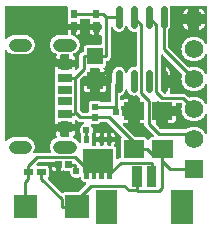
<source format=gtl>
G04 Layer: TopLayer*
G04 EasyEDA v6.5.5, 2022-07-09 13:00:11*
G04 71ddd04add3b4de38a8b36f784c4d6f3,20d39a695127413eb41274384cfbb926,10*
G04 Gerber Generator version 0.2*
G04 Scale: 100 percent, Rotated: No, Reflected: No *
G04 Dimensions in millimeters *
G04 leading zeros omitted , absolute positions ,4 integer and 5 decimal *
%FSLAX45Y45*%
%MOMM*%

%ADD10C,0.2540*%
%ADD11C,0.5684*%
%ADD12C,0.6096*%
%ADD13C,0.6100*%
%ADD14R,1.3500X1.4100*%
%ADD15R,0.5400X0.7901*%
%ADD19R,2.6000X2.0500*%
%ADD21R,1.2000X0.7000*%
%ADD22R,1.2000X0.8000*%
%ADD23R,1.2000X0.9000*%
%ADD24R,1.7280X1.4850*%
%ADD26R,0.5400X0.5657*%
%ADD28C,1.5748*%
%ADD29R,1.5748X1.5748*%
%ADD30C,1.1000*%

%LPD*%
G36*
X2425547Y8395563D02*
G01*
X2421483Y8397494D01*
X2418638Y8400999D01*
X2414727Y8408924D01*
X2407107Y8420303D01*
X2398064Y8430564D01*
X2387803Y8439607D01*
X2376424Y8447227D01*
X2364130Y8453272D01*
X2351176Y8457641D01*
X2337765Y8460333D01*
X2324100Y8461248D01*
X2310434Y8460333D01*
X2297023Y8457641D01*
X2288540Y8454796D01*
X2284831Y8454237D01*
X2281174Y8455101D01*
X2278075Y8457234D01*
X2111705Y8623604D01*
X2109470Y8626906D01*
X2108708Y8630818D01*
X2108708Y8769959D01*
X2109470Y8773820D01*
X2117140Y8784894D01*
X2121103Y8793429D01*
X2123541Y8802573D01*
X2124405Y8812479D01*
X2124405Y8949740D01*
X2123541Y8959646D01*
X2122830Y8964980D01*
X2123897Y8968536D01*
X2126132Y8971483D01*
X2129282Y8973413D01*
X2132939Y8974074D01*
X2266543Y8974074D01*
X2270709Y8973159D01*
X2274163Y8970619D01*
X2276246Y8966860D01*
X2276602Y8962593D01*
X2275179Y8958529D01*
X2272182Y8955481D01*
X2260396Y8947607D01*
X2250135Y8938564D01*
X2241092Y8928303D01*
X2233472Y8916924D01*
X2230221Y8910320D01*
X2278380Y8910320D01*
X2278380Y8963914D01*
X2279142Y8967825D01*
X2281377Y8971076D01*
X2284628Y8973312D01*
X2288540Y8974074D01*
X2359660Y8974074D01*
X2363571Y8973312D01*
X2366822Y8971076D01*
X2369058Y8967825D01*
X2369820Y8963914D01*
X2369820Y8910320D01*
X2417978Y8910320D01*
X2414727Y8916924D01*
X2407107Y8928303D01*
X2398064Y8938564D01*
X2387803Y8947607D01*
X2376017Y8955481D01*
X2373020Y8958529D01*
X2371598Y8962593D01*
X2371953Y8966860D01*
X2374036Y8970619D01*
X2377490Y8973159D01*
X2381656Y8974074D01*
X2427732Y8974074D01*
X2431643Y8973312D01*
X2434894Y8971076D01*
X2437130Y8967825D01*
X2437892Y8963914D01*
X2437892Y8913469D01*
X2436876Y8909100D01*
X2435199Y8906916D01*
X2437130Y8904071D01*
X2437892Y8900160D01*
X2437892Y8829040D01*
X2437130Y8825128D01*
X2435199Y8822283D01*
X2436876Y8820099D01*
X2437892Y8815730D01*
X2437892Y8659469D01*
X2436876Y8655100D01*
X2434082Y8651544D01*
X2430018Y8649563D01*
X2425547Y8649563D01*
X2421483Y8651494D01*
X2418638Y8654999D01*
X2414727Y8662924D01*
X2407107Y8674303D01*
X2398064Y8684564D01*
X2387803Y8693607D01*
X2376424Y8701227D01*
X2364130Y8707272D01*
X2351176Y8711641D01*
X2337765Y8714333D01*
X2324100Y8715248D01*
X2310434Y8714333D01*
X2297023Y8711641D01*
X2284069Y8707272D01*
X2271776Y8701227D01*
X2260396Y8693607D01*
X2250135Y8684564D01*
X2241092Y8674303D01*
X2233472Y8662924D01*
X2227427Y8650630D01*
X2223058Y8637676D01*
X2220366Y8624265D01*
X2219452Y8610600D01*
X2220366Y8596934D01*
X2223058Y8583523D01*
X2227427Y8570569D01*
X2233472Y8558276D01*
X2241092Y8546896D01*
X2250135Y8536635D01*
X2260396Y8527592D01*
X2271776Y8519972D01*
X2284069Y8513927D01*
X2297023Y8509558D01*
X2310434Y8506866D01*
X2324100Y8505952D01*
X2337765Y8506866D01*
X2351176Y8509558D01*
X2364130Y8513927D01*
X2376424Y8519972D01*
X2387803Y8527592D01*
X2398064Y8536635D01*
X2407107Y8546896D01*
X2414727Y8558276D01*
X2418638Y8566200D01*
X2421483Y8569706D01*
X2425547Y8571636D01*
X2430018Y8571636D01*
X2434082Y8569655D01*
X2436876Y8566099D01*
X2437892Y8561730D01*
X2437892Y8405469D01*
X2436876Y8401100D01*
X2434082Y8397544D01*
X2430018Y8395563D01*
G37*

%LPC*%
G36*
X2278380Y8770721D02*
G01*
X2278380Y8818880D01*
X2230221Y8818880D01*
X2233472Y8812276D01*
X2241092Y8800896D01*
X2250135Y8790635D01*
X2260396Y8781592D01*
X2271776Y8773972D01*
G37*
G36*
X2369820Y8770721D02*
G01*
X2376424Y8773972D01*
X2387803Y8781592D01*
X2398064Y8790635D01*
X2407107Y8800896D01*
X2414727Y8812276D01*
X2417978Y8818880D01*
X2369820Y8818880D01*
G37*

%LPD*%
G36*
X2425547Y8141563D02*
G01*
X2421483Y8143494D01*
X2418638Y8146999D01*
X2414727Y8154924D01*
X2407107Y8166303D01*
X2398064Y8176564D01*
X2387803Y8185607D01*
X2376424Y8193227D01*
X2364130Y8199272D01*
X2351176Y8203641D01*
X2337765Y8206333D01*
X2324100Y8207248D01*
X2310434Y8206333D01*
X2297023Y8203641D01*
X2288540Y8200796D01*
X2284831Y8200237D01*
X2281174Y8201101D01*
X2278075Y8203234D01*
X2260752Y8220557D01*
X2254504Y8225688D01*
X2247849Y8229244D01*
X2240635Y8231428D01*
X2232609Y8232241D01*
X2127656Y8232241D01*
X2123643Y8233003D01*
X2120341Y8235340D01*
X2118156Y8238744D01*
X2117496Y8242757D01*
X2118410Y8246668D01*
X2121103Y8252409D01*
X2123541Y8261553D01*
X2124405Y8271459D01*
X2124405Y8284972D01*
X2090674Y8284972D01*
X2090674Y8242401D01*
X2089912Y8238490D01*
X2087676Y8235188D01*
X2084374Y8233003D01*
X2080514Y8232241D01*
X2078380Y8232241D01*
X2074519Y8233003D01*
X2071217Y8235188D01*
X2052523Y8253882D01*
X2050288Y8257184D01*
X2049525Y8261045D01*
X2049525Y8286800D01*
X2047239Y8289086D01*
X2045716Y8291931D01*
X2045207Y8295131D01*
X2045207Y8385048D01*
X2045716Y8388248D01*
X2047239Y8391093D01*
X2049525Y8393379D01*
X2049525Y8463432D01*
X2047239Y8465667D01*
X2045716Y8468563D01*
X2045207Y8471763D01*
X2045207Y8556345D01*
X2045970Y8560257D01*
X2048205Y8563559D01*
X2051507Y8565743D01*
X2055368Y8566505D01*
X2059279Y8565743D01*
X2062530Y8563559D01*
X2223465Y8402624D01*
X2225598Y8399526D01*
X2226462Y8395868D01*
X2225903Y8392160D01*
X2223058Y8383676D01*
X2220366Y8370265D01*
X2219452Y8356600D01*
X2220366Y8342934D01*
X2223058Y8329523D01*
X2227427Y8316569D01*
X2233472Y8304275D01*
X2241092Y8292896D01*
X2250135Y8282635D01*
X2260396Y8273592D01*
X2271776Y8265972D01*
X2284069Y8259927D01*
X2297023Y8255558D01*
X2310434Y8252866D01*
X2324100Y8251952D01*
X2337765Y8252866D01*
X2351176Y8255558D01*
X2364130Y8259927D01*
X2376424Y8265972D01*
X2387803Y8273592D01*
X2398064Y8282635D01*
X2407107Y8292896D01*
X2414727Y8304275D01*
X2418638Y8312200D01*
X2421483Y8315706D01*
X2425547Y8317636D01*
X2430018Y8317636D01*
X2434082Y8315655D01*
X2436876Y8312099D01*
X2437892Y8307730D01*
X2437892Y8151469D01*
X2436876Y8147100D01*
X2434082Y8143544D01*
X2430018Y8141563D01*
G37*

%LPC*%
G36*
X2090674Y8395208D02*
G01*
X2124405Y8395208D01*
X2124405Y8408720D01*
X2123541Y8418626D01*
X2121103Y8427770D01*
X2117140Y8436305D01*
X2111705Y8444077D01*
X2104999Y8450783D01*
X2097227Y8456218D01*
X2090674Y8459266D01*
G37*

%LPD*%
G36*
X1380439Y8072526D02*
G01*
X1376527Y8073288D01*
X1373225Y8075523D01*
X1360779Y8087969D01*
X1358595Y8091271D01*
X1357833Y8095132D01*
X1357833Y8348675D01*
X1358595Y8352586D01*
X1360779Y8355888D01*
X1386027Y8381136D01*
X1389329Y8383320D01*
X1393190Y8384082D01*
X1445818Y8384082D01*
X1445818Y8441944D01*
X1446580Y8445804D01*
X1448765Y8449106D01*
X1452067Y8451342D01*
X1455978Y8452104D01*
X1515821Y8452104D01*
X1519732Y8451342D01*
X1523034Y8449106D01*
X1525219Y8445804D01*
X1525981Y8441944D01*
X1525981Y8384082D01*
X1579321Y8384082D01*
X1579321Y8412429D01*
X1578610Y8418728D01*
X1576679Y8424214D01*
X1573580Y8429091D01*
X1569516Y8433206D01*
X1563624Y8436914D01*
X1560677Y8439708D01*
X1559102Y8443468D01*
X1559102Y8447532D01*
X1560677Y8451291D01*
X1563624Y8454085D01*
X1569516Y8457793D01*
X1573580Y8461908D01*
X1576679Y8466785D01*
X1578610Y8472271D01*
X1579321Y8478570D01*
X1579321Y8500516D01*
X1579981Y8504174D01*
X1581962Y8507374D01*
X1584909Y8509609D01*
X1596085Y8512860D01*
X1602740Y8516416D01*
X1608582Y8521242D01*
X1613408Y8527084D01*
X1616964Y8533739D01*
X1619148Y8540953D01*
X1619961Y8548979D01*
X1619961Y8786520D01*
X1620672Y8790381D01*
X1622806Y8793632D01*
X1626057Y8795867D01*
X1629867Y8796680D01*
X1633677Y8796020D01*
X1637030Y8793988D01*
X1639316Y8790838D01*
X1642059Y8784894D01*
X1647494Y8777122D01*
X1654200Y8770416D01*
X1661972Y8764981D01*
X1670507Y8761018D01*
X1679651Y8758529D01*
X1689100Y8757716D01*
X1698548Y8758529D01*
X1707692Y8761018D01*
X1716227Y8764981D01*
X1723999Y8770416D01*
X1730705Y8777122D01*
X1736140Y8784894D01*
X1740103Y8793429D01*
X1742795Y8803436D01*
X1744827Y8807297D01*
X1748282Y8809990D01*
X1752600Y8810955D01*
X1756918Y8809990D01*
X1760372Y8807297D01*
X1762404Y8803436D01*
X1765096Y8793429D01*
X1769059Y8784894D01*
X1774494Y8777122D01*
X1781200Y8770416D01*
X1788972Y8764981D01*
X1797507Y8761018D01*
X1806651Y8758529D01*
X1816100Y8757716D01*
X1825548Y8758529D01*
X1828190Y8759291D01*
X1831898Y8759545D01*
X1835454Y8758529D01*
X1838401Y8756243D01*
X1840331Y8753094D01*
X1840992Y8749436D01*
X1840992Y8471763D01*
X1840331Y8468106D01*
X1838401Y8464956D01*
X1835454Y8462670D01*
X1831898Y8461654D01*
X1828190Y8461908D01*
X1825548Y8462619D01*
X1816100Y8463483D01*
X1806651Y8462619D01*
X1797507Y8460181D01*
X1788972Y8456218D01*
X1781200Y8450783D01*
X1774494Y8444077D01*
X1769059Y8436305D01*
X1765096Y8427770D01*
X1762404Y8417763D01*
X1760372Y8413902D01*
X1756918Y8411210D01*
X1752600Y8410244D01*
X1748282Y8411210D01*
X1744827Y8413902D01*
X1742795Y8417763D01*
X1740103Y8427770D01*
X1736140Y8436305D01*
X1730705Y8444077D01*
X1723999Y8450783D01*
X1716227Y8456218D01*
X1707692Y8460181D01*
X1698548Y8462619D01*
X1689100Y8463483D01*
X1679651Y8462619D01*
X1670507Y8460181D01*
X1661972Y8456218D01*
X1654200Y8450783D01*
X1647494Y8444077D01*
X1642059Y8436305D01*
X1638096Y8427770D01*
X1635658Y8418626D01*
X1634794Y8408720D01*
X1634794Y8343747D01*
X1634185Y8340344D01*
X1632457Y8337296D01*
X1630730Y8335213D01*
X1627174Y8328558D01*
X1624990Y8321344D01*
X1624228Y8313318D01*
X1624228Y8169249D01*
X1623415Y8165388D01*
X1621231Y8162086D01*
X1617929Y8159851D01*
X1614068Y8159089D01*
X1542338Y8159089D01*
X1538986Y8159648D01*
X1536039Y8161324D01*
X1533093Y8164880D01*
X1529029Y8168944D01*
X1524101Y8172043D01*
X1518666Y8173974D01*
X1512316Y8174685D01*
X1459484Y8174685D01*
X1453134Y8173974D01*
X1447698Y8172043D01*
X1442770Y8168944D01*
X1438706Y8164880D01*
X1435608Y8159953D01*
X1433728Y8154517D01*
X1433017Y8148218D01*
X1433017Y8092744D01*
X1434388Y8082229D01*
X1433525Y8078470D01*
X1431290Y8075320D01*
X1428038Y8073237D01*
X1424279Y8072526D01*
G37*

%LPC*%
G36*
X1525981Y8246109D02*
G01*
X1552854Y8246109D01*
X1559153Y8246821D01*
X1564589Y8248700D01*
X1569516Y8251799D01*
X1573580Y8255863D01*
X1576679Y8260791D01*
X1578610Y8266226D01*
X1579321Y8272576D01*
X1579321Y8300923D01*
X1525981Y8300923D01*
G37*
G36*
X1418945Y8246109D02*
G01*
X1445818Y8246109D01*
X1445818Y8300923D01*
X1392478Y8300923D01*
X1392478Y8272576D01*
X1393190Y8266226D01*
X1395120Y8260791D01*
X1398219Y8255863D01*
X1402283Y8251799D01*
X1407210Y8248700D01*
X1412646Y8246821D01*
G37*

%LPD*%
G36*
X2425547Y7887563D02*
G01*
X2421483Y7889494D01*
X2418638Y7892999D01*
X2414727Y7900924D01*
X2407107Y7912303D01*
X2398064Y7922564D01*
X2387803Y7931607D01*
X2376424Y7939227D01*
X2364130Y7945272D01*
X2351176Y7949641D01*
X2337765Y7952333D01*
X2324100Y7953248D01*
X2310434Y7952333D01*
X2297023Y7949641D01*
X2284069Y7945272D01*
X2271776Y7939227D01*
X2261819Y7932572D01*
X2259126Y7931302D01*
X2256180Y7930845D01*
X2049018Y7930845D01*
X2045106Y7931607D01*
X2041804Y7933842D01*
X2009089Y7966557D01*
X2007107Y7969402D01*
X2006142Y7972755D01*
X2006447Y7976209D01*
X2007870Y7979409D01*
X2007870Y8040573D01*
X1991664Y8040573D01*
X1987804Y8041335D01*
X1984502Y8043570D01*
X1982266Y8046821D01*
X1981504Y8050733D01*
X1981504Y8117382D01*
X1982266Y8121243D01*
X1984502Y8124545D01*
X1987804Y8126730D01*
X1991664Y8127542D01*
X2007870Y8127542D01*
X2007870Y8164830D01*
X2008632Y8168690D01*
X2010816Y8171992D01*
X2014118Y8174228D01*
X2018030Y8174990D01*
X2021890Y8174228D01*
X2025192Y8171992D01*
X2030526Y8166658D01*
X2036775Y8161528D01*
X2043430Y8157972D01*
X2050643Y8155787D01*
X2058670Y8155025D01*
X2096770Y8155025D01*
X2100681Y8154212D01*
X2103983Y8152028D01*
X2106168Y8148726D01*
X2106930Y8144865D01*
X2106930Y8127542D01*
X2169718Y8127542D01*
X2169718Y8144865D01*
X2170480Y8148726D01*
X2172665Y8152028D01*
X2175967Y8154212D01*
X2179878Y8155025D01*
X2212898Y8155025D01*
X2216759Y8154212D01*
X2220061Y8152028D01*
X2223465Y8148624D01*
X2225598Y8145525D01*
X2226462Y8141868D01*
X2225903Y8138159D01*
X2223058Y8129676D01*
X2220366Y8116265D01*
X2219452Y8102600D01*
X2220366Y8088934D01*
X2223058Y8075523D01*
X2227427Y8062569D01*
X2233472Y8050275D01*
X2241092Y8038896D01*
X2250135Y8028635D01*
X2260396Y8019592D01*
X2271776Y8011972D01*
X2284069Y8005927D01*
X2297023Y8001558D01*
X2310434Y7998866D01*
X2324100Y7997952D01*
X2337765Y7998866D01*
X2351176Y8001558D01*
X2364130Y8005927D01*
X2376424Y8011972D01*
X2387803Y8019592D01*
X2398064Y8028635D01*
X2407107Y8038896D01*
X2414727Y8050275D01*
X2418638Y8058200D01*
X2421483Y8061706D01*
X2425547Y8063636D01*
X2430018Y8063636D01*
X2434082Y8061655D01*
X2436876Y8058099D01*
X2437892Y8053730D01*
X2437892Y7897469D01*
X2436876Y7893100D01*
X2434082Y7889544D01*
X2430018Y7887563D01*
G37*

%LPC*%
G36*
X2106930Y7983880D02*
G01*
X2143252Y7983880D01*
X2149551Y7984591D01*
X2155037Y7986522D01*
X2159914Y7989570D01*
X2164029Y7993684D01*
X2167077Y7998561D01*
X2169007Y8004048D01*
X2169718Y8010347D01*
X2169718Y8040573D01*
X2106930Y8040573D01*
G37*

%LPD*%
G36*
X1936750Y7840268D02*
G01*
X1932686Y7841132D01*
X1929282Y7843520D01*
X1927148Y7847075D01*
X1925777Y7851038D01*
X1922729Y7855915D01*
X1918614Y7860030D01*
X1913737Y7863078D01*
X1908251Y7865008D01*
X1901952Y7865719D01*
X1831898Y7865719D01*
X1828038Y7866481D01*
X1824736Y7868666D01*
X1726895Y7966557D01*
X1724660Y7969859D01*
X1723898Y7973720D01*
X1724660Y7977631D01*
X1726895Y7980934D01*
X1730146Y7983118D01*
X1734057Y7983880D01*
X1766570Y7983880D01*
X1766570Y8040573D01*
X1724507Y8040573D01*
X1720545Y8041386D01*
X1717243Y8043672D01*
X1715058Y8047075D01*
X1714398Y8051088D01*
X1718310Y8065516D01*
X1719173Y8075320D01*
X1718310Y8085074D01*
X1715770Y8094573D01*
X1711655Y8103463D01*
X1705965Y8111540D01*
X1704289Y8115604D01*
X1704492Y8119973D01*
X1706524Y8123885D01*
X1710029Y8126577D01*
X1714296Y8127542D01*
X1766570Y8127542D01*
X1766570Y8184184D01*
X1730248Y8184184D01*
X1723948Y8183473D01*
X1718462Y8181594D01*
X1716989Y8180628D01*
X1712925Y8179155D01*
X1708657Y8179511D01*
X1704898Y8181594D01*
X1702307Y8185048D01*
X1701444Y8189264D01*
X1701444Y8210600D01*
X1702155Y8214359D01*
X1704187Y8217560D01*
X1707286Y8219795D01*
X1716227Y8223961D01*
X1723999Y8229396D01*
X1730705Y8236102D01*
X1736140Y8243874D01*
X1740103Y8252409D01*
X1742795Y8262416D01*
X1744827Y8266277D01*
X1748282Y8268970D01*
X1752600Y8269935D01*
X1756918Y8268970D01*
X1760372Y8266277D01*
X1762404Y8262416D01*
X1765096Y8252409D01*
X1769059Y8243874D01*
X1774494Y8236102D01*
X1781200Y8229396D01*
X1788972Y8223961D01*
X1797507Y8219998D01*
X1806651Y8217509D01*
X1816100Y8216696D01*
X1825548Y8217509D01*
X1835708Y8220303D01*
X1839772Y8220862D01*
X1843735Y8219744D01*
X1846884Y8217153D01*
X1852675Y8210143D01*
X1862683Y8200136D01*
X1864868Y8196834D01*
X1865630Y8192973D01*
X1865630Y8127542D01*
X1894128Y8127542D01*
X1898040Y8126730D01*
X1901291Y8124545D01*
X1903526Y8121243D01*
X1904288Y8117382D01*
X1904288Y8050733D01*
X1903526Y8046821D01*
X1901291Y8043570D01*
X1898040Y8041335D01*
X1894128Y8040573D01*
X1865630Y8040573D01*
X1865630Y7983880D01*
X1894586Y7983880D01*
X1898243Y7983220D01*
X1901393Y7981238D01*
X1903628Y7978292D01*
X1904695Y7974736D01*
X1905101Y7970621D01*
X1907286Y7963408D01*
X1910842Y7956702D01*
X1915972Y7950504D01*
X1983384Y7883042D01*
X1985568Y7879740D01*
X1986381Y7875879D01*
X1985568Y7871968D01*
X1983384Y7868666D01*
X1980082Y7866481D01*
X1976221Y7865719D01*
X1971548Y7865719D01*
X1965248Y7865008D01*
X1959762Y7863078D01*
X1954885Y7860030D01*
X1950770Y7855915D01*
X1947722Y7851038D01*
X1946351Y7847075D01*
X1944217Y7843520D01*
X1940814Y7841132D01*
G37*

%LPD*%
G36*
X975715Y7729524D02*
G01*
X971499Y7730185D01*
X967841Y7732522D01*
X965555Y7736179D01*
X964946Y7740396D01*
X966165Y7744561D01*
X969873Y7751318D01*
X973886Y7762138D01*
X976325Y7773416D01*
X977137Y7784896D01*
X976325Y7796428D01*
X973886Y7807706D01*
X969873Y7818526D01*
X964336Y7828635D01*
X957427Y7837881D01*
X949248Y7846009D01*
X940003Y7852968D01*
X929894Y7858455D01*
X919073Y7862519D01*
X907796Y7864957D01*
X895908Y7865821D01*
X806653Y7865821D01*
X794766Y7864957D01*
X783488Y7862519D01*
X772668Y7858455D01*
X762558Y7852968D01*
X753313Y7846009D01*
X745134Y7837881D01*
X744220Y7836611D01*
X741070Y7833868D01*
X737057Y7832598D01*
X732891Y7833055D01*
X729234Y7835188D01*
X726795Y7838592D01*
X725932Y7842707D01*
X725932Y8591092D01*
X726795Y8595207D01*
X729234Y8598611D01*
X732891Y8600744D01*
X737057Y8601202D01*
X741070Y8599932D01*
X744220Y8597188D01*
X745134Y8595918D01*
X753313Y8587790D01*
X762558Y8580831D01*
X772668Y8575344D01*
X783488Y8571280D01*
X794766Y8568842D01*
X806653Y8567978D01*
X895908Y8567978D01*
X907796Y8568842D01*
X919073Y8571280D01*
X929894Y8575344D01*
X940003Y8580831D01*
X949248Y8587790D01*
X957427Y8595918D01*
X964336Y8605164D01*
X969873Y8615273D01*
X973886Y8626094D01*
X976325Y8637371D01*
X977137Y8648903D01*
X976325Y8660384D01*
X973886Y8671661D01*
X969873Y8682482D01*
X964336Y8692642D01*
X957427Y8701887D01*
X949248Y8710015D01*
X940003Y8716924D01*
X929894Y8722461D01*
X919073Y8726525D01*
X907796Y8728964D01*
X895908Y8729827D01*
X806653Y8729827D01*
X794766Y8728964D01*
X783488Y8726525D01*
X772668Y8722461D01*
X762558Y8716924D01*
X753313Y8710015D01*
X745134Y8701887D01*
X744220Y8700617D01*
X741070Y8697874D01*
X737057Y8696604D01*
X732891Y8697061D01*
X729234Y8699195D01*
X726795Y8702598D01*
X725932Y8706713D01*
X725932Y8963914D01*
X726694Y8967825D01*
X728929Y8971076D01*
X732180Y8973312D01*
X736092Y8974074D01*
X1250086Y8974074D01*
X1254302Y8973159D01*
X1257757Y8970619D01*
X1259789Y8966860D01*
X1260144Y8962542D01*
X1258671Y8958529D01*
X1257808Y8957106D01*
X1255928Y8951671D01*
X1255217Y8945321D01*
X1255217Y8867495D01*
X1255928Y8861145D01*
X1257960Y8855252D01*
X1258519Y8851900D01*
X1257960Y8848547D01*
X1255928Y8842654D01*
X1255217Y8836304D01*
X1255217Y8823502D01*
X1288237Y8823502D01*
X1288237Y8830818D01*
X1288999Y8834729D01*
X1291234Y8838031D01*
X1294536Y8840216D01*
X1298397Y8840978D01*
X1317802Y8840978D01*
X1321663Y8840216D01*
X1324965Y8838031D01*
X1327200Y8834729D01*
X1327962Y8830818D01*
X1327962Y8823502D01*
X1361033Y8823502D01*
X1361033Y8836304D01*
X1360271Y8842654D01*
X1358239Y8848547D01*
X1357680Y8851900D01*
X1358239Y8855252D01*
X1360220Y8860993D01*
X1362405Y8864549D01*
X1365758Y8866936D01*
X1369822Y8867800D01*
X1436878Y8867800D01*
X1440942Y8866936D01*
X1444294Y8864549D01*
X1446479Y8860993D01*
X1448460Y8855252D01*
X1449019Y8851900D01*
X1448460Y8848547D01*
X1446428Y8842654D01*
X1445717Y8836304D01*
X1445717Y8823502D01*
X1478737Y8823502D01*
X1478737Y8830818D01*
X1479499Y8834729D01*
X1481734Y8838031D01*
X1485036Y8840216D01*
X1488897Y8840978D01*
X1508302Y8840978D01*
X1512163Y8840216D01*
X1515465Y8838031D01*
X1517700Y8834729D01*
X1518462Y8830818D01*
X1518462Y8823502D01*
X1532585Y8823502D01*
X1536446Y8822740D01*
X1539748Y8820505D01*
X1541932Y8817203D01*
X1542745Y8813342D01*
X1542745Y8781440D01*
X1541932Y8777579D01*
X1539748Y8774277D01*
X1536446Y8772042D01*
X1532585Y8771280D01*
X1518462Y8771280D01*
X1518462Y8731961D01*
X1525016Y8731961D01*
X1531416Y8732723D01*
X1535633Y8732266D01*
X1539341Y8730183D01*
X1541830Y8726779D01*
X1542745Y8722614D01*
X1542745Y8655050D01*
X1541932Y8651189D01*
X1539748Y8647887D01*
X1536446Y8645702D01*
X1532585Y8644890D01*
X1418945Y8644890D01*
X1412646Y8644178D01*
X1407210Y8642299D01*
X1402283Y8639200D01*
X1398219Y8635136D01*
X1395120Y8630208D01*
X1393190Y8624773D01*
X1392478Y8618423D01*
X1392478Y8596477D01*
X1391818Y8592820D01*
X1389837Y8589619D01*
X1386890Y8587384D01*
X1375765Y8584133D01*
X1369060Y8580577D01*
X1363218Y8575751D01*
X1358442Y8569909D01*
X1354886Y8563254D01*
X1352702Y8556040D01*
X1351889Y8548014D01*
X1351889Y8460384D01*
X1351127Y8456523D01*
X1348892Y8453221D01*
X1334617Y8438896D01*
X1331315Y8436711D01*
X1327404Y8435898D01*
X1323543Y8436711D01*
X1320241Y8438896D01*
X1318056Y8442198D01*
X1317244Y8446058D01*
X1317244Y8458047D01*
X1267714Y8458047D01*
X1267714Y8444941D01*
X1266952Y8441080D01*
X1264716Y8437778D01*
X1261414Y8435594D01*
X1257554Y8434781D01*
X1205179Y8434781D01*
X1201267Y8435594D01*
X1197965Y8437778D01*
X1195781Y8441080D01*
X1195019Y8444941D01*
X1195019Y8458047D01*
X1145438Y8458047D01*
X1145438Y8442452D01*
X1146149Y8436152D01*
X1148435Y8429599D01*
X1148943Y8424113D01*
X1148384Y8421166D01*
X1146098Y8414664D01*
X1145387Y8408314D01*
X1145387Y8329472D01*
X1146098Y8323122D01*
X1147521Y8318957D01*
X1148130Y8315604D01*
X1147521Y8312251D01*
X1145946Y8307628D01*
X1145235Y8301329D01*
X1145235Y8232444D01*
X1145946Y8226145D01*
X1147978Y8220252D01*
X1148537Y8216900D01*
X1147978Y8213547D01*
X1145946Y8207654D01*
X1145235Y8201304D01*
X1145235Y8132470D01*
X1145946Y8126120D01*
X1147673Y8121192D01*
X1148232Y8117840D01*
X1147673Y8114436D01*
X1146352Y8110677D01*
X1145641Y8104327D01*
X1145641Y8025485D01*
X1146352Y8019135D01*
X1148638Y8012633D01*
X1149146Y8008213D01*
X1148435Y8004200D01*
X1146149Y7997647D01*
X1145438Y7991348D01*
X1145438Y7975752D01*
X1195019Y7975752D01*
X1195019Y7988858D01*
X1195781Y7992719D01*
X1197965Y7996021D01*
X1201267Y7998206D01*
X1205179Y7999018D01*
X1257554Y7999018D01*
X1261414Y7998206D01*
X1264716Y7996021D01*
X1266952Y7992719D01*
X1267714Y7988858D01*
X1267714Y7975752D01*
X1317244Y7975752D01*
X1317244Y7991348D01*
X1316583Y7997545D01*
X1316888Y8001508D01*
X1318768Y8005064D01*
X1321816Y8007603D01*
X1325626Y8008772D01*
X1329588Y8008416D01*
X1333093Y8006537D01*
X1338783Y8001863D01*
X1345488Y7998307D01*
X1352702Y7996123D01*
X1360728Y7995310D01*
X1387043Y7995310D01*
X1390904Y7994548D01*
X1394155Y7992414D01*
X1396390Y7989214D01*
X1397203Y7985404D01*
X1396542Y7981543D01*
X1394510Y7978241D01*
X1391361Y7975955D01*
X1385620Y7973263D01*
X1377543Y7967624D01*
X1370634Y7960664D01*
X1364996Y7952638D01*
X1360830Y7943748D01*
X1358290Y7934248D01*
X1357426Y7924444D01*
X1358290Y7914640D01*
X1360830Y7905191D01*
X1364996Y7896250D01*
X1367282Y7892948D01*
X1368653Y7890154D01*
X1369110Y7887055D01*
X1367891Y7877606D01*
X1367891Y7825282D01*
X1366926Y7820914D01*
X1364183Y7817408D01*
X1360220Y7815427D01*
X1355801Y7815275D01*
X1351737Y7817053D01*
X1348790Y7820406D01*
X1344320Y7828635D01*
X1337411Y7837881D01*
X1329232Y7846009D01*
X1319987Y7852968D01*
X1309878Y7858455D01*
X1304442Y7860487D01*
X1300683Y7862976D01*
X1298346Y7866786D01*
X1297889Y7871256D01*
X1299413Y7875473D01*
X1302562Y7878622D01*
X1307490Y7881670D01*
X1311554Y7885785D01*
X1314653Y7890662D01*
X1316532Y7896148D01*
X1317244Y7902448D01*
X1317244Y7918043D01*
X1267714Y7918043D01*
X1267714Y7875981D01*
X1266952Y7872069D01*
X1264716Y7868767D01*
X1261414Y7866583D01*
X1257554Y7865821D01*
X1205179Y7865821D01*
X1201267Y7866583D01*
X1197965Y7868767D01*
X1195781Y7872069D01*
X1195019Y7875981D01*
X1195019Y7918043D01*
X1145438Y7918043D01*
X1145438Y7902448D01*
X1146149Y7896148D01*
X1148080Y7890662D01*
X1151128Y7885785D01*
X1155242Y7881670D01*
X1160068Y7878673D01*
X1163218Y7875473D01*
X1164742Y7871256D01*
X1164285Y7866837D01*
X1161948Y7862976D01*
X1158189Y7860538D01*
X1152702Y7858455D01*
X1142542Y7852968D01*
X1133297Y7846009D01*
X1125169Y7837881D01*
X1118260Y7828635D01*
X1112723Y7818526D01*
X1108659Y7807706D01*
X1106220Y7796428D01*
X1105408Y7784896D01*
X1106220Y7773416D01*
X1108659Y7762138D01*
X1112723Y7751318D01*
X1114247Y7748422D01*
X1115466Y7744459D01*
X1114958Y7740294D01*
X1112824Y7736687D01*
X1109421Y7734249D01*
X1105357Y7733436D01*
X994562Y7733436D01*
X986536Y7732623D01*
G37*

%LPC*%
G36*
X1145438Y8515756D02*
G01*
X1195019Y8515756D01*
X1195019Y8557818D01*
X1195781Y8561730D01*
X1197965Y8565032D01*
X1201267Y8567216D01*
X1205179Y8567978D01*
X1257554Y8567978D01*
X1261414Y8567216D01*
X1264716Y8565032D01*
X1266952Y8561730D01*
X1267714Y8557818D01*
X1267714Y8515756D01*
X1317244Y8515756D01*
X1317244Y8531352D01*
X1316532Y8537651D01*
X1314653Y8543137D01*
X1311554Y8548014D01*
X1307490Y8552129D01*
X1302562Y8555177D01*
X1299413Y8558326D01*
X1297889Y8562543D01*
X1298346Y8567013D01*
X1300683Y8570823D01*
X1304442Y8573312D01*
X1309878Y8575344D01*
X1319987Y8580831D01*
X1329232Y8587790D01*
X1337411Y8595918D01*
X1344320Y8605164D01*
X1349857Y8615273D01*
X1353870Y8626094D01*
X1356360Y8637371D01*
X1357172Y8648903D01*
X1356360Y8660384D01*
X1353870Y8671661D01*
X1349857Y8682482D01*
X1344320Y8692642D01*
X1337411Y8701887D01*
X1329232Y8710015D01*
X1324356Y8713673D01*
X1321562Y8716822D01*
X1320596Y8720074D01*
X1316939Y8719616D01*
X1312926Y8720785D01*
X1309878Y8722461D01*
X1299057Y8726525D01*
X1296263Y8727135D01*
X1293063Y8728405D01*
X1290523Y8730691D01*
X1288846Y8733688D01*
X1288237Y8737041D01*
X1288237Y8771280D01*
X1255217Y8771280D01*
X1255217Y8758478D01*
X1255928Y8752128D01*
X1257808Y8746693D01*
X1258620Y8745372D01*
X1260094Y8741308D01*
X1259738Y8737041D01*
X1257706Y8733282D01*
X1254252Y8730691D01*
X1250035Y8729827D01*
X1186637Y8729827D01*
X1174750Y8728964D01*
X1163472Y8726525D01*
X1152702Y8722461D01*
X1142542Y8716924D01*
X1133297Y8710015D01*
X1125169Y8701887D01*
X1118260Y8692642D01*
X1112723Y8682482D01*
X1108659Y8671661D01*
X1106220Y8660384D01*
X1105408Y8648903D01*
X1106220Y8637371D01*
X1108659Y8626094D01*
X1112723Y8615273D01*
X1118260Y8605164D01*
X1125169Y8595918D01*
X1133297Y8587790D01*
X1142542Y8580831D01*
X1152702Y8575344D01*
X1158189Y8573262D01*
X1161948Y8570823D01*
X1164285Y8566962D01*
X1164742Y8562543D01*
X1163218Y8558326D01*
X1160068Y8555126D01*
X1155242Y8552129D01*
X1151128Y8548014D01*
X1148080Y8543137D01*
X1146149Y8537651D01*
X1145438Y8531352D01*
G37*
G36*
X1327962Y8731453D02*
G01*
X1330452Y8731961D01*
X1334516Y8731961D01*
X1340866Y8732672D01*
X1346301Y8734602D01*
X1351229Y8737701D01*
X1355293Y8741765D01*
X1358392Y8746693D01*
X1360271Y8752128D01*
X1361033Y8758478D01*
X1361033Y8771280D01*
X1327962Y8771280D01*
G37*
G36*
X1472184Y8731961D02*
G01*
X1478737Y8731961D01*
X1478737Y8771280D01*
X1445717Y8771280D01*
X1445717Y8758478D01*
X1446428Y8752128D01*
X1448308Y8746693D01*
X1451406Y8741765D01*
X1455470Y8737701D01*
X1460398Y8734602D01*
X1465834Y8732672D01*
G37*

%LPD*%
G36*
X1676704Y7678064D02*
G01*
X1673047Y7679029D01*
X1669948Y7681264D01*
X1667916Y7684465D01*
X1667205Y7688224D01*
X1667205Y7763154D01*
X1666493Y7769453D01*
X1664563Y7774940D01*
X1661515Y7779816D01*
X1657400Y7783931D01*
X1651812Y7787436D01*
X1648917Y7790180D01*
X1647291Y7793786D01*
X1647189Y7797749D01*
X1648612Y7801457D01*
X1652066Y7806994D01*
X1653997Y7812430D01*
X1654708Y7818780D01*
X1654708Y7826857D01*
X1625142Y7826857D01*
X1625142Y7799781D01*
X1624380Y7795869D01*
X1622196Y7792618D01*
X1618894Y7790383D01*
X1614982Y7789621D01*
X1602587Y7789621D01*
X1598726Y7790383D01*
X1595424Y7792618D01*
X1593240Y7795869D01*
X1592427Y7799781D01*
X1592427Y7826857D01*
X1560169Y7826857D01*
X1560169Y7799781D01*
X1559356Y7795869D01*
X1557172Y7792618D01*
X1553870Y7790383D01*
X1550009Y7789621D01*
X1537614Y7789621D01*
X1533702Y7790383D01*
X1530400Y7792618D01*
X1528216Y7795869D01*
X1527454Y7799781D01*
X1527454Y7826857D01*
X1495145Y7826857D01*
X1495145Y7799781D01*
X1494383Y7795869D01*
X1492199Y7792618D01*
X1488897Y7790383D01*
X1484985Y7789621D01*
X1472590Y7789621D01*
X1468729Y7790383D01*
X1465427Y7792618D01*
X1463243Y7795869D01*
X1462430Y7799781D01*
X1462430Y7830058D01*
X1460398Y7833258D01*
X1459687Y7837017D01*
X1459687Y7859369D01*
X1460398Y7863128D01*
X1462430Y7866329D01*
X1462430Y7893659D01*
X1463395Y7897977D01*
X1466748Y7905191D01*
X1469288Y7914640D01*
X1470152Y7924444D01*
X1469288Y7934248D01*
X1466748Y7943748D01*
X1462633Y7952638D01*
X1456994Y7960664D01*
X1455267Y7962392D01*
X1453083Y7965694D01*
X1452270Y7969554D01*
X1453083Y7973466D01*
X1455267Y7976768D01*
X1458569Y7978952D01*
X1462430Y7979714D01*
X1512316Y7979714D01*
X1518666Y7980425D01*
X1524101Y7982356D01*
X1529029Y7985455D01*
X1533093Y7989519D01*
X1536039Y7993075D01*
X1538986Y7994751D01*
X1542338Y7995310D01*
X1584706Y7995310D01*
X1588566Y7994548D01*
X1591868Y7992313D01*
X1711706Y7872526D01*
X1713941Y7869224D01*
X1714703Y7865313D01*
X1713941Y7861452D01*
X1711706Y7858150D01*
X1709470Y7855915D01*
X1706422Y7851038D01*
X1704492Y7845552D01*
X1703781Y7839252D01*
X1703781Y7696352D01*
X1702866Y7692186D01*
X1700326Y7688732D01*
X1696567Y7686649D01*
X1692198Y7685328D01*
X1685493Y7681772D01*
X1683816Y7680350D01*
X1680464Y7678521D01*
G37*

%LPC*%
G36*
X1625142Y7869529D02*
G01*
X1654708Y7869529D01*
X1654708Y7877606D01*
X1653997Y7883956D01*
X1652066Y7889392D01*
X1649018Y7894320D01*
X1644904Y7898384D01*
X1640027Y7901482D01*
X1634540Y7903413D01*
X1628241Y7904124D01*
X1625142Y7904124D01*
G37*
G36*
X1495145Y7869529D02*
G01*
X1527454Y7869529D01*
X1527454Y7904073D01*
X1524355Y7904073D01*
X1518056Y7903362D01*
X1514652Y7902194D01*
X1511300Y7901635D01*
X1507947Y7902194D01*
X1504543Y7903362D01*
X1498244Y7904073D01*
X1495145Y7904073D01*
G37*
G36*
X1560169Y7869529D02*
G01*
X1592427Y7869529D01*
X1592427Y7904124D01*
X1589379Y7904124D01*
X1583029Y7903413D01*
X1579626Y7902194D01*
X1576273Y7901635D01*
X1572920Y7902194D01*
X1569567Y7903362D01*
X1563217Y7904073D01*
X1560169Y7904073D01*
G37*

%LPD*%
G36*
X1212748Y7392771D02*
G01*
X1208836Y7393533D01*
X1205534Y7395718D01*
X1090828Y7510475D01*
X1088644Y7513726D01*
X1087882Y7517638D01*
X1088644Y7521498D01*
X1090828Y7524800D01*
X1092098Y7526070D01*
X1095197Y7530998D01*
X1097127Y7536434D01*
X1097838Y7542784D01*
X1097838Y7595616D01*
X1097127Y7601966D01*
X1095197Y7607401D01*
X1092098Y7612329D01*
X1088034Y7616393D01*
X1083106Y7619492D01*
X1077671Y7621371D01*
X1071321Y7622082D01*
X1000506Y7622082D01*
X996645Y7622895D01*
X993343Y7625080D01*
X991108Y7628381D01*
X990346Y7632242D01*
X991108Y7636154D01*
X993343Y7639456D01*
X1007110Y7653223D01*
X1010412Y7655407D01*
X1014272Y7656220D01*
X1111554Y7656220D01*
X1115872Y7655255D01*
X1119378Y7652562D01*
X1157782Y7652562D01*
X1161288Y7655255D01*
X1165606Y7656220D01*
X1186230Y7656220D01*
X1190548Y7655255D01*
X1194054Y7652562D01*
X1198118Y7652562D01*
X1202029Y7651800D01*
X1205331Y7649565D01*
X1207516Y7646263D01*
X1208278Y7642402D01*
X1208278Y7622997D01*
X1207516Y7619136D01*
X1205331Y7615834D01*
X1202029Y7613599D01*
X1198118Y7612837D01*
X1196390Y7612837D01*
X1196390Y7579766D01*
X1203655Y7579766D01*
X1209954Y7580528D01*
X1215847Y7582560D01*
X1219200Y7583119D01*
X1222552Y7582560D01*
X1228445Y7580528D01*
X1234744Y7579766D01*
X1264462Y7579766D01*
X1268120Y7579106D01*
X1271320Y7577124D01*
X1273556Y7574127D01*
X1274572Y7570520D01*
X1274876Y7566914D01*
X1277416Y7557465D01*
X1281582Y7548524D01*
X1287221Y7540498D01*
X1294180Y7533538D01*
X1302207Y7527899D01*
X1311148Y7523734D01*
X1320596Y7521194D01*
X1330401Y7520330D01*
X1340205Y7521194D01*
X1349705Y7523734D01*
X1353413Y7525512D01*
X1357376Y7526426D01*
X1361389Y7525766D01*
X1364792Y7523581D01*
X1367078Y7520279D01*
X1368602Y7508443D01*
X1370533Y7503007D01*
X1373581Y7498080D01*
X1377696Y7494016D01*
X1382572Y7490917D01*
X1388059Y7488986D01*
X1394358Y7488275D01*
X1405686Y7488275D01*
X1409598Y7487513D01*
X1412900Y7485329D01*
X1415084Y7482027D01*
X1415846Y7478115D01*
X1415084Y7474254D01*
X1412900Y7470952D01*
X1347927Y7405979D01*
X1344625Y7403795D01*
X1340713Y7402982D01*
X1238199Y7402982D01*
X1231849Y7402271D01*
X1226413Y7400391D01*
X1221486Y7397292D01*
X1219911Y7395718D01*
X1216609Y7393533D01*
G37*

%LPC*%
G36*
X1148181Y7579766D02*
G01*
X1155446Y7579766D01*
X1155446Y7612837D01*
X1121714Y7612837D01*
X1121714Y7606284D01*
X1122426Y7599934D01*
X1124356Y7594498D01*
X1127455Y7589570D01*
X1131519Y7585506D01*
X1136446Y7582408D01*
X1141882Y7580528D01*
G37*

%LPD*%
D10*
X1175918Y7632700D02*
G01*
X1175918Y7538618D01*
X1168400Y7531100D01*
X1816100Y8084058D02*
G01*
X1816100Y7962900D01*
X2057400Y8084058D02*
G01*
X2057400Y7962900D01*
X2070100Y8340089D02*
G01*
X2070100Y8483600D01*
X1485900Y8342503D02*
G01*
X1497203Y8342503D01*
X1600200Y8445500D01*
X1536700Y7924800D02*
G01*
X1543812Y7917687D01*
X1543812Y7848092D01*
X1478787Y7848193D02*
G01*
X1543786Y7848193D01*
X1608810Y7848193D02*
G01*
X1543786Y7848193D01*
X1231366Y7946900D02*
G01*
X1177800Y7946900D01*
X1130300Y7899400D01*
X1231366Y8486899D02*
G01*
X1190500Y8486899D01*
X1130300Y8547100D01*
X1219200Y8788400D02*
G01*
X1228089Y8797289D01*
X1308100Y8797289D01*
X1409700Y8788400D02*
G01*
X1418589Y8797289D01*
X1498600Y8797289D01*
X1662813Y8120484D02*
G01*
X1662813Y8313803D01*
X1689102Y8340092D01*
X1662813Y8075297D02*
G01*
X1662813Y8120484D01*
X1540817Y8120484D02*
G01*
X1662813Y8120484D01*
X1485902Y8120484D02*
G01*
X1540817Y8120484D01*
X1413791Y7848196D02*
G01*
X1413791Y7924446D01*
X1262484Y7632702D02*
G01*
X1318694Y7632702D01*
X1318694Y7632702D02*
G01*
X1318694Y7588430D01*
X1330403Y7576720D01*
X2070102Y8881112D02*
G01*
X2070102Y8610602D01*
X2324102Y8356602D01*
X1943102Y8881112D02*
G01*
X2006602Y8817612D01*
X2006602Y8245198D01*
X2058189Y8193610D01*
X2233094Y8193610D01*
X2324102Y8102602D01*
X1511302Y7605651D02*
G01*
X1511302Y7661201D01*
X1543789Y7573164D02*
G01*
X1511302Y7605651D01*
X1478790Y7573164D02*
G01*
X1478815Y7573164D01*
X1511302Y7605651D01*
X1478790Y7573164D02*
G01*
X1478790Y7602120D01*
X1478790Y7544208D02*
G01*
X1478790Y7573164D01*
X923394Y7569202D02*
G01*
X923394Y7624117D01*
X923394Y7624117D02*
G01*
X994082Y7694805D01*
X1321107Y7694805D01*
X1413791Y7602120D01*
X923394Y7541745D02*
G01*
X923394Y7569202D01*
X923394Y7541745D02*
G01*
X923394Y7514287D01*
X1967511Y7531610D02*
G01*
X1967511Y7649517D01*
X1608813Y7551574D02*
G01*
X1608813Y7602120D01*
X1608813Y7544208D02*
G01*
X1608813Y7551574D01*
X1967511Y7649517D02*
G01*
X1967334Y7649695D01*
X1706933Y7649695D01*
X1608813Y7551574D01*
X1413791Y7544208D02*
G01*
X1413791Y7602120D01*
X1413791Y7602120D02*
G01*
X1478790Y7602120D01*
X1543789Y7573164D02*
G01*
X1543789Y7602120D01*
X1543789Y7544208D02*
G01*
X1543789Y7573164D01*
X1608813Y7602120D02*
G01*
X1543789Y7602120D01*
X923394Y7514287D02*
G01*
X897613Y7488506D01*
X897613Y7277102D01*
X2324102Y7848602D02*
G01*
X2280465Y7892239D01*
X2028802Y7892239D01*
X1942899Y7978142D01*
X1942899Y8174509D01*
X1879602Y8237806D01*
X1879602Y8817612D01*
X1816102Y8881112D01*
X1873277Y7765544D02*
G01*
X1604901Y8033920D01*
X1485902Y8033920D01*
X1873277Y7765544D02*
G01*
X1930427Y7765544D01*
X1816102Y7765544D02*
G01*
X1873277Y7765544D01*
X1319202Y8074941D02*
G01*
X1319202Y8368896D01*
X1309169Y8064908D02*
G01*
X1319202Y8074941D01*
X1319202Y8074941D02*
G01*
X1360223Y8033920D01*
X1485902Y8033920D01*
X1581330Y8881112D02*
G01*
X1578815Y8881112D01*
X1553517Y8906410D01*
X1689102Y8881112D02*
G01*
X1581330Y8881112D01*
X1581330Y8881112D02*
G01*
X1581330Y8548499D01*
X1485902Y8548499D02*
G01*
X1581330Y8548499D01*
X1273634Y7277102D02*
G01*
X1450901Y7454369D01*
X1733908Y7454369D01*
X1774598Y7413678D01*
X1842493Y7413678D01*
X1273634Y7277102D02*
G01*
X1209677Y7277102D01*
X1337591Y7277102D02*
G01*
X1273634Y7277102D01*
X1842493Y7531610D02*
G01*
X1842493Y7413678D01*
X1842493Y7413678D02*
G01*
X1847166Y7409004D01*
X2029970Y7409004D01*
X2057402Y7436436D01*
X2057402Y7663385D01*
X2057402Y7714465D02*
G01*
X1981507Y7714465D01*
X1930427Y7765544D01*
X2057402Y7714465D02*
G01*
X2057402Y7663385D01*
X2057402Y7765544D02*
G01*
X2057402Y7714465D01*
X1498602Y8906410D02*
G01*
X1553517Y8906410D01*
X1319202Y8368896D02*
G01*
X1390500Y8440193D01*
X1390500Y8548499D01*
X1485902Y8548499D02*
G01*
X1390500Y8548499D01*
X1231292Y8368896D02*
G01*
X1319202Y8368896D01*
X1231546Y8064908D02*
G01*
X1309169Y8064908D01*
X2324102Y7594602D02*
G01*
X2217447Y7594602D01*
X2057400Y7663434D02*
G01*
X2126234Y7594600D01*
X2217420Y7594600D01*
X1498602Y8906410D02*
G01*
X1308102Y8906410D01*
X1032410Y7569202D02*
G01*
X1032410Y7514287D01*
X1032410Y7514287D02*
G01*
X1209677Y7337021D01*
X1209677Y7277102D01*
D11*
X1689100Y8409180D02*
G01*
X1689100Y8270999D01*
X1816100Y8409180D02*
G01*
X1816100Y8270999D01*
X1943100Y8409180D02*
G01*
X1943100Y8270999D01*
X2070100Y8409180D02*
G01*
X2070100Y8270999D01*
X1689100Y8950200D02*
G01*
X1689100Y8812019D01*
X1816100Y8950200D02*
G01*
X1816100Y8812019D01*
X1943100Y8950200D02*
G01*
X1943100Y8812019D01*
X2070100Y8950200D02*
G01*
X2070100Y8812019D01*
G36*
X1418399Y8413000D02*
G01*
X1553400Y8413000D01*
X1553400Y8272000D01*
X1418399Y8272000D01*
G37*
D14*
G01*
X1485900Y8548496D03*
G36*
X1281099Y8836898D02*
G01*
X1335100Y8836898D01*
X1335100Y8757889D01*
X1281099Y8757889D01*
G37*
D15*
G01*
X1308100Y8906408D03*
G36*
X1237599Y7377099D02*
G01*
X1437599Y7377099D01*
X1437599Y7177100D01*
X1237599Y7177100D01*
G37*
G36*
X797600Y7377099D02*
G01*
X997600Y7377099D01*
X997600Y7177100D01*
X797600Y7177100D01*
G37*
G36*
X1802500Y7621595D02*
G01*
X1882500Y7621595D01*
X1882500Y7441595D01*
X1802500Y7441595D01*
G37*
G36*
X1927499Y7621595D02*
G01*
X2007499Y7621595D01*
X2007499Y7441595D01*
X1927499Y7441595D01*
G37*
G36*
X1494998Y7421598D02*
G01*
X1674997Y7421598D01*
X1674997Y7131596D01*
X1494998Y7131596D01*
G37*
G36*
X2134991Y7421598D02*
G01*
X2314991Y7421598D01*
X2314991Y7131596D01*
X2134991Y7131596D01*
G37*
D19*
G01*
X1511300Y7661198D03*
G36*
X1393789Y7574201D02*
G01*
X1433789Y7574201D01*
X1433789Y7514198D01*
X1393789Y7514198D01*
G37*
G36*
X1458788Y7574201D02*
G01*
X1498787Y7574201D01*
X1498787Y7514198D01*
X1458788Y7514198D01*
G37*
G36*
X1523786Y7574201D02*
G01*
X1563786Y7574201D01*
X1563786Y7514198D01*
X1523786Y7514198D01*
G37*
G36*
X1588810Y7574201D02*
G01*
X1628810Y7574201D01*
X1628810Y7514198D01*
X1588810Y7514198D01*
G37*
G36*
X1393789Y7878201D02*
G01*
X1433789Y7878201D01*
X1433789Y7818201D01*
X1393789Y7818201D01*
G37*
G36*
X1458788Y7878188D02*
G01*
X1498787Y7878188D01*
X1498787Y7818188D01*
X1458788Y7818188D01*
G37*
G36*
X1523786Y7878188D02*
G01*
X1563786Y7878188D01*
X1563786Y7818188D01*
X1523786Y7818188D01*
G37*
G36*
X1588810Y7878188D02*
G01*
X1628810Y7878188D01*
X1628810Y7818188D01*
X1588810Y7818188D01*
G37*
D21*
G01*
X1231137Y8266887D03*
G01*
X1231137Y8166887D03*
D22*
G01*
X1231290Y8368893D03*
G01*
X1231544Y8064906D03*
D23*
G01*
X1231366Y8486902D03*
G01*
X1231366Y7946897D03*
G36*
X1970999Y7839798D02*
G01*
X2143800Y7839798D01*
X2143800Y7691300D01*
X1970999Y7691300D01*
G37*
D24*
G01*
X2057400Y8084058D03*
G36*
X1729699Y7839798D02*
G01*
X1902500Y7839798D01*
X1902500Y7691300D01*
X1729699Y7691300D01*
G37*
G01*
X1816100Y8084058D03*
G36*
X1471599Y8836898D02*
G01*
X1525600Y8836898D01*
X1525600Y8757889D01*
X1471599Y8757889D01*
G37*
D15*
G01*
X1498600Y8906408D03*
G36*
X1204198Y7659700D02*
G01*
X1204198Y7605699D01*
X1147635Y7605699D01*
X1147635Y7659700D01*
G37*
G36*
X1234201Y7659700D02*
G01*
X1234201Y7605699D01*
X1290764Y7605699D01*
X1290764Y7659700D01*
G37*
G36*
X1458899Y8062198D02*
G01*
X1512900Y8062198D01*
X1512900Y8005635D01*
X1458899Y8005635D01*
G37*
D26*
G01*
X1485900Y8120481D03*
G36*
X962898Y7596200D02*
G01*
X962898Y7542199D01*
X883889Y7542199D01*
X883889Y7596200D01*
G37*
G36*
X992901Y7596200D02*
G01*
X992901Y7542199D01*
X1071910Y7542199D01*
X1071910Y7596200D01*
G37*
D28*
G01*
X2324100Y8864600D03*
G01*
X2324100Y8610600D03*
G01*
X2324100Y8356600D03*
G01*
X2324100Y8102600D03*
G01*
X2324100Y7848600D03*
D29*
G01*
X2324100Y7594600D03*
D12*
G01*
X1130300Y8547100D03*
G01*
X1130300Y7899400D03*
G01*
X1168400Y7531100D03*
G01*
X1536700Y7924800D03*
G01*
X1816100Y7962900D03*
G01*
X2057400Y7962900D03*
G01*
X1600200Y8445500D03*
G01*
X2070100Y8483600D03*
G01*
X1219200Y8788400D03*
G01*
X1409700Y8788400D03*
D13*
G01*
X1662811Y8075295D03*
G01*
X1413789Y7924444D03*
G01*
X1330401Y7576718D03*
D30*
X1276291Y7784896D02*
G01*
X1186291Y7784896D01*
X1276291Y8648903D02*
G01*
X1186291Y8648903D01*
X896282Y8648903D02*
G01*
X806282Y8648903D01*
X896282Y7784896D02*
G01*
X806282Y7784896D01*
M02*

</source>
